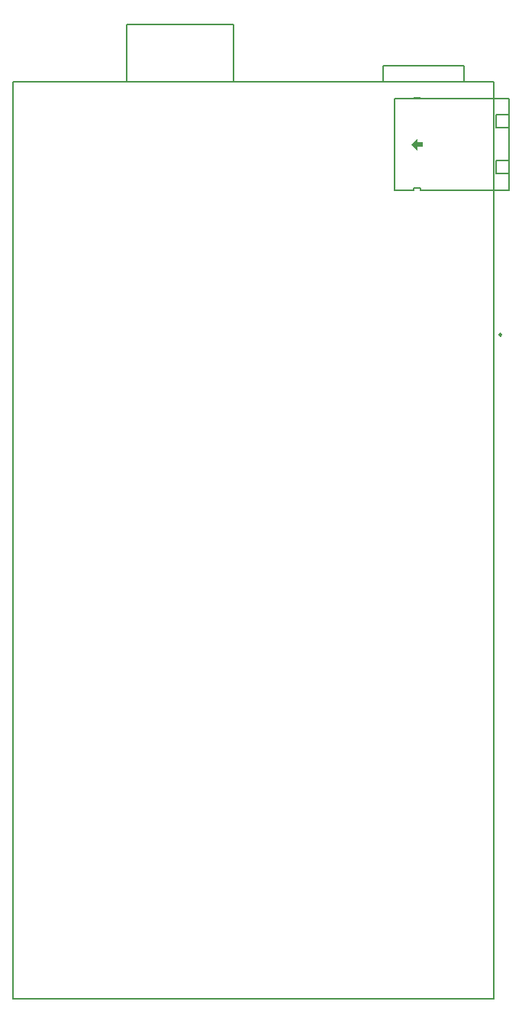
<source format=gbo>
G04*
G04 #@! TF.GenerationSoftware,Altium Limited,Altium Designer,19.1.7 (138)*
G04*
G04 Layer_Color=32896*
%FSTAX24Y24*%
%MOIN*%
G70*
G01*
G75*
%ADD12C,0.0050*%
%ADD13C,0.0070*%
%ADD46C,0.0094*%
G36*
X0624Y05475D02*
X06265Y055D01*
Y05485D01*
X0629D01*
Y05465D01*
X06265D01*
Y0545D01*
X0624Y05475D01*
D02*
G37*
D12*
X064701Y057478D02*
X066D01*
X061161D02*
X064701D01*
X054626D02*
X061161D01*
X04998D02*
X054626D01*
X045D02*
X04998D01*
X045Y017478D02*
Y057478D01*
Y017478D02*
X066D01*
Y057478D01*
X04998D02*
Y059978D01*
X054626D01*
Y057478D02*
Y059978D01*
X064701Y057478D02*
Y05819D01*
X061161D02*
X064701D01*
X061161Y057478D02*
Y05819D01*
D13*
X0625Y0568D02*
X0628D01*
X0661Y0535D02*
X06665D01*
X0661D02*
Y05405D01*
X06665D01*
X0661Y0555D02*
X06665D01*
X0661D02*
Y05605D01*
X06665D01*
Y05275D02*
Y05675D01*
X0628Y05275D02*
X06665D01*
X06165Y05675D02*
X06665D01*
X06165Y05275D02*
Y05673D01*
X0625Y05275D02*
Y05285D01*
X0628D01*
Y05275D02*
Y05285D01*
X06165Y05275D02*
X0625D01*
D46*
X066335Y046458D02*
G03*
X066335Y046458I-000047J0D01*
G01*
M02*

</source>
